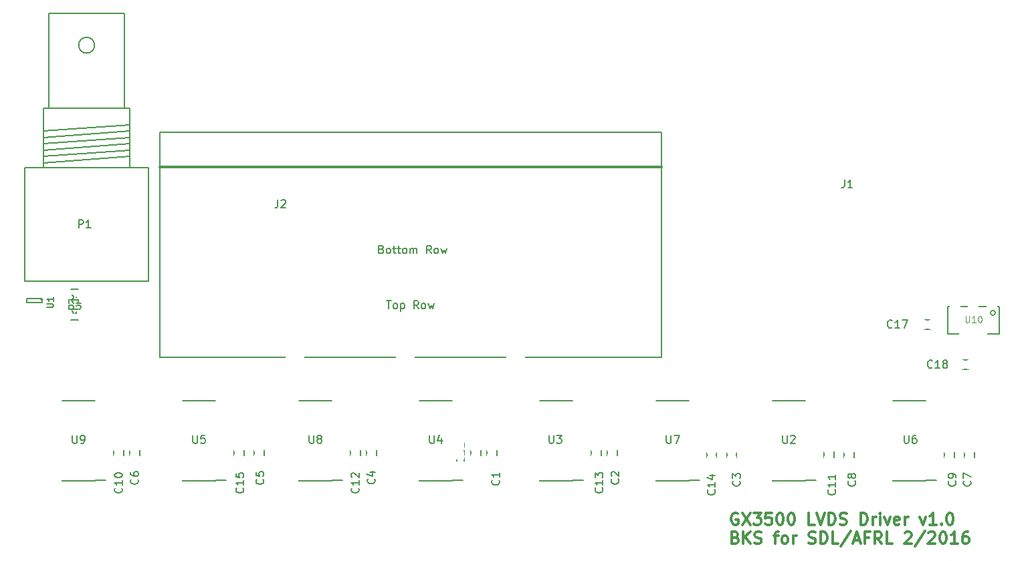
<source format=gto>
G04 #@! TF.FileFunction,Legend,Top*
%FSLAX46Y46*%
G04 Gerber Fmt 4.6, Leading zero omitted, Abs format (unit mm)*
G04 Created by KiCad (PCBNEW 4.0.1-3.201512221402+6198~38~ubuntu14.04.1-stable) date Fri 12 Feb 2016 10:18:42 AM MST*
%MOMM*%
G01*
G04 APERTURE LIST*
%ADD10C,0.100000*%
%ADD11C,0.300000*%
%ADD12C,0.350000*%
%ADD13C,0.150000*%
%ADD14C,0.127000*%
%ADD15C,0.076200*%
%ADD16C,1.155040*%
%ADD17C,2.650000*%
%ADD18C,2.150000*%
%ADD19C,1.924000*%
%ADD20C,2.432000*%
%ADD21C,3.676600*%
%ADD22R,1.900000X1.000000*%
%ADD23R,3.650000X2.550000*%
%ADD24R,1.350000X2.550000*%
%ADD25O,3.900120X5.401260*%
%ADD26C,2.000200*%
%ADD27R,1.000000X1.000000*%
%ADD28R,0.800000X1.000000*%
%ADD29R,1.150000X1.600000*%
%ADD30R,1.600000X1.150000*%
%ADD31R,1.600000X1.300000*%
G04 APERTURE END LIST*
D10*
D11*
X188086857Y-107778000D02*
X187944000Y-107706571D01*
X187729714Y-107706571D01*
X187515429Y-107778000D01*
X187372571Y-107920857D01*
X187301143Y-108063714D01*
X187229714Y-108349429D01*
X187229714Y-108563714D01*
X187301143Y-108849429D01*
X187372571Y-108992286D01*
X187515429Y-109135143D01*
X187729714Y-109206571D01*
X187872571Y-109206571D01*
X188086857Y-109135143D01*
X188158286Y-109063714D01*
X188158286Y-108563714D01*
X187872571Y-108563714D01*
X188658286Y-107706571D02*
X189658286Y-109206571D01*
X189658286Y-107706571D02*
X188658286Y-109206571D01*
X190086857Y-107706571D02*
X191015428Y-107706571D01*
X190515428Y-108278000D01*
X190729714Y-108278000D01*
X190872571Y-108349429D01*
X190944000Y-108420857D01*
X191015428Y-108563714D01*
X191015428Y-108920857D01*
X190944000Y-109063714D01*
X190872571Y-109135143D01*
X190729714Y-109206571D01*
X190301142Y-109206571D01*
X190158285Y-109135143D01*
X190086857Y-109063714D01*
X192372571Y-107706571D02*
X191658285Y-107706571D01*
X191586856Y-108420857D01*
X191658285Y-108349429D01*
X191801142Y-108278000D01*
X192158285Y-108278000D01*
X192301142Y-108349429D01*
X192372571Y-108420857D01*
X192443999Y-108563714D01*
X192443999Y-108920857D01*
X192372571Y-109063714D01*
X192301142Y-109135143D01*
X192158285Y-109206571D01*
X191801142Y-109206571D01*
X191658285Y-109135143D01*
X191586856Y-109063714D01*
X193372570Y-107706571D02*
X193515427Y-107706571D01*
X193658284Y-107778000D01*
X193729713Y-107849429D01*
X193801142Y-107992286D01*
X193872570Y-108278000D01*
X193872570Y-108635143D01*
X193801142Y-108920857D01*
X193729713Y-109063714D01*
X193658284Y-109135143D01*
X193515427Y-109206571D01*
X193372570Y-109206571D01*
X193229713Y-109135143D01*
X193158284Y-109063714D01*
X193086856Y-108920857D01*
X193015427Y-108635143D01*
X193015427Y-108278000D01*
X193086856Y-107992286D01*
X193158284Y-107849429D01*
X193229713Y-107778000D01*
X193372570Y-107706571D01*
X194801141Y-107706571D02*
X194943998Y-107706571D01*
X195086855Y-107778000D01*
X195158284Y-107849429D01*
X195229713Y-107992286D01*
X195301141Y-108278000D01*
X195301141Y-108635143D01*
X195229713Y-108920857D01*
X195158284Y-109063714D01*
X195086855Y-109135143D01*
X194943998Y-109206571D01*
X194801141Y-109206571D01*
X194658284Y-109135143D01*
X194586855Y-109063714D01*
X194515427Y-108920857D01*
X194443998Y-108635143D01*
X194443998Y-108278000D01*
X194515427Y-107992286D01*
X194586855Y-107849429D01*
X194658284Y-107778000D01*
X194801141Y-107706571D01*
X197801141Y-109206571D02*
X197086855Y-109206571D01*
X197086855Y-107706571D01*
X198086855Y-107706571D02*
X198586855Y-109206571D01*
X199086855Y-107706571D01*
X199586855Y-109206571D02*
X199586855Y-107706571D01*
X199943998Y-107706571D01*
X200158283Y-107778000D01*
X200301141Y-107920857D01*
X200372569Y-108063714D01*
X200443998Y-108349429D01*
X200443998Y-108563714D01*
X200372569Y-108849429D01*
X200301141Y-108992286D01*
X200158283Y-109135143D01*
X199943998Y-109206571D01*
X199586855Y-109206571D01*
X201015426Y-109135143D02*
X201229712Y-109206571D01*
X201586855Y-109206571D01*
X201729712Y-109135143D01*
X201801141Y-109063714D01*
X201872569Y-108920857D01*
X201872569Y-108778000D01*
X201801141Y-108635143D01*
X201729712Y-108563714D01*
X201586855Y-108492286D01*
X201301141Y-108420857D01*
X201158283Y-108349429D01*
X201086855Y-108278000D01*
X201015426Y-108135143D01*
X201015426Y-107992286D01*
X201086855Y-107849429D01*
X201158283Y-107778000D01*
X201301141Y-107706571D01*
X201658283Y-107706571D01*
X201872569Y-107778000D01*
X203658283Y-109206571D02*
X203658283Y-107706571D01*
X204015426Y-107706571D01*
X204229711Y-107778000D01*
X204372569Y-107920857D01*
X204443997Y-108063714D01*
X204515426Y-108349429D01*
X204515426Y-108563714D01*
X204443997Y-108849429D01*
X204372569Y-108992286D01*
X204229711Y-109135143D01*
X204015426Y-109206571D01*
X203658283Y-109206571D01*
X205158283Y-109206571D02*
X205158283Y-108206571D01*
X205158283Y-108492286D02*
X205229711Y-108349429D01*
X205301140Y-108278000D01*
X205443997Y-108206571D01*
X205586854Y-108206571D01*
X206086854Y-109206571D02*
X206086854Y-108206571D01*
X206086854Y-107706571D02*
X206015425Y-107778000D01*
X206086854Y-107849429D01*
X206158282Y-107778000D01*
X206086854Y-107706571D01*
X206086854Y-107849429D01*
X206658283Y-108206571D02*
X207015426Y-109206571D01*
X207372568Y-108206571D01*
X208515425Y-109135143D02*
X208372568Y-109206571D01*
X208086854Y-109206571D01*
X207943997Y-109135143D01*
X207872568Y-108992286D01*
X207872568Y-108420857D01*
X207943997Y-108278000D01*
X208086854Y-108206571D01*
X208372568Y-108206571D01*
X208515425Y-108278000D01*
X208586854Y-108420857D01*
X208586854Y-108563714D01*
X207872568Y-108706571D01*
X209229711Y-109206571D02*
X209229711Y-108206571D01*
X209229711Y-108492286D02*
X209301139Y-108349429D01*
X209372568Y-108278000D01*
X209515425Y-108206571D01*
X209658282Y-108206571D01*
X211158282Y-108206571D02*
X211515425Y-109206571D01*
X211872567Y-108206571D01*
X213229710Y-109206571D02*
X212372567Y-109206571D01*
X212801139Y-109206571D02*
X212801139Y-107706571D01*
X212658282Y-107920857D01*
X212515424Y-108063714D01*
X212372567Y-108135143D01*
X213872567Y-109063714D02*
X213943995Y-109135143D01*
X213872567Y-109206571D01*
X213801138Y-109135143D01*
X213872567Y-109063714D01*
X213872567Y-109206571D01*
X214872567Y-107706571D02*
X215015424Y-107706571D01*
X215158281Y-107778000D01*
X215229710Y-107849429D01*
X215301139Y-107992286D01*
X215372567Y-108278000D01*
X215372567Y-108635143D01*
X215301139Y-108920857D01*
X215229710Y-109063714D01*
X215158281Y-109135143D01*
X215015424Y-109206571D01*
X214872567Y-109206571D01*
X214729710Y-109135143D01*
X214658281Y-109063714D01*
X214586853Y-108920857D01*
X214515424Y-108635143D01*
X214515424Y-108278000D01*
X214586853Y-107992286D01*
X214658281Y-107849429D01*
X214729710Y-107778000D01*
X214872567Y-107706571D01*
X187801143Y-110820857D02*
X188015429Y-110892286D01*
X188086857Y-110963714D01*
X188158286Y-111106571D01*
X188158286Y-111320857D01*
X188086857Y-111463714D01*
X188015429Y-111535143D01*
X187872571Y-111606571D01*
X187301143Y-111606571D01*
X187301143Y-110106571D01*
X187801143Y-110106571D01*
X187944000Y-110178000D01*
X188015429Y-110249429D01*
X188086857Y-110392286D01*
X188086857Y-110535143D01*
X188015429Y-110678000D01*
X187944000Y-110749429D01*
X187801143Y-110820857D01*
X187301143Y-110820857D01*
X188801143Y-111606571D02*
X188801143Y-110106571D01*
X189658286Y-111606571D02*
X189015429Y-110749429D01*
X189658286Y-110106571D02*
X188801143Y-110963714D01*
X190229714Y-111535143D02*
X190444000Y-111606571D01*
X190801143Y-111606571D01*
X190944000Y-111535143D01*
X191015429Y-111463714D01*
X191086857Y-111320857D01*
X191086857Y-111178000D01*
X191015429Y-111035143D01*
X190944000Y-110963714D01*
X190801143Y-110892286D01*
X190515429Y-110820857D01*
X190372571Y-110749429D01*
X190301143Y-110678000D01*
X190229714Y-110535143D01*
X190229714Y-110392286D01*
X190301143Y-110249429D01*
X190372571Y-110178000D01*
X190515429Y-110106571D01*
X190872571Y-110106571D01*
X191086857Y-110178000D01*
X192658285Y-110606571D02*
X193229714Y-110606571D01*
X192872571Y-111606571D02*
X192872571Y-110320857D01*
X192943999Y-110178000D01*
X193086857Y-110106571D01*
X193229714Y-110106571D01*
X193944000Y-111606571D02*
X193801142Y-111535143D01*
X193729714Y-111463714D01*
X193658285Y-111320857D01*
X193658285Y-110892286D01*
X193729714Y-110749429D01*
X193801142Y-110678000D01*
X193944000Y-110606571D01*
X194158285Y-110606571D01*
X194301142Y-110678000D01*
X194372571Y-110749429D01*
X194444000Y-110892286D01*
X194444000Y-111320857D01*
X194372571Y-111463714D01*
X194301142Y-111535143D01*
X194158285Y-111606571D01*
X193944000Y-111606571D01*
X195086857Y-111606571D02*
X195086857Y-110606571D01*
X195086857Y-110892286D02*
X195158285Y-110749429D01*
X195229714Y-110678000D01*
X195372571Y-110606571D01*
X195515428Y-110606571D01*
X197086856Y-111535143D02*
X197301142Y-111606571D01*
X197658285Y-111606571D01*
X197801142Y-111535143D01*
X197872571Y-111463714D01*
X197943999Y-111320857D01*
X197943999Y-111178000D01*
X197872571Y-111035143D01*
X197801142Y-110963714D01*
X197658285Y-110892286D01*
X197372571Y-110820857D01*
X197229713Y-110749429D01*
X197158285Y-110678000D01*
X197086856Y-110535143D01*
X197086856Y-110392286D01*
X197158285Y-110249429D01*
X197229713Y-110178000D01*
X197372571Y-110106571D01*
X197729713Y-110106571D01*
X197943999Y-110178000D01*
X198586856Y-111606571D02*
X198586856Y-110106571D01*
X198943999Y-110106571D01*
X199158284Y-110178000D01*
X199301142Y-110320857D01*
X199372570Y-110463714D01*
X199443999Y-110749429D01*
X199443999Y-110963714D01*
X199372570Y-111249429D01*
X199301142Y-111392286D01*
X199158284Y-111535143D01*
X198943999Y-111606571D01*
X198586856Y-111606571D01*
X200801142Y-111606571D02*
X200086856Y-111606571D01*
X200086856Y-110106571D01*
X202372570Y-110035143D02*
X201086856Y-111963714D01*
X202801142Y-111178000D02*
X203515428Y-111178000D01*
X202658285Y-111606571D02*
X203158285Y-110106571D01*
X203658285Y-111606571D01*
X204658285Y-110820857D02*
X204158285Y-110820857D01*
X204158285Y-111606571D02*
X204158285Y-110106571D01*
X204872571Y-110106571D01*
X206301142Y-111606571D02*
X205801142Y-110892286D01*
X205443999Y-111606571D02*
X205443999Y-110106571D01*
X206015427Y-110106571D01*
X206158285Y-110178000D01*
X206229713Y-110249429D01*
X206301142Y-110392286D01*
X206301142Y-110606571D01*
X206229713Y-110749429D01*
X206158285Y-110820857D01*
X206015427Y-110892286D01*
X205443999Y-110892286D01*
X207658285Y-111606571D02*
X206943999Y-111606571D01*
X206943999Y-110106571D01*
X209229713Y-110249429D02*
X209301142Y-110178000D01*
X209443999Y-110106571D01*
X209801142Y-110106571D01*
X209943999Y-110178000D01*
X210015428Y-110249429D01*
X210086856Y-110392286D01*
X210086856Y-110535143D01*
X210015428Y-110749429D01*
X209158285Y-111606571D01*
X210086856Y-111606571D01*
X211801141Y-110035143D02*
X210515427Y-111963714D01*
X212229713Y-110249429D02*
X212301142Y-110178000D01*
X212443999Y-110106571D01*
X212801142Y-110106571D01*
X212943999Y-110178000D01*
X213015428Y-110249429D01*
X213086856Y-110392286D01*
X213086856Y-110535143D01*
X213015428Y-110749429D01*
X212158285Y-111606571D01*
X213086856Y-111606571D01*
X214015427Y-110106571D02*
X214158284Y-110106571D01*
X214301141Y-110178000D01*
X214372570Y-110249429D01*
X214443999Y-110392286D01*
X214515427Y-110678000D01*
X214515427Y-111035143D01*
X214443999Y-111320857D01*
X214372570Y-111463714D01*
X214301141Y-111535143D01*
X214158284Y-111606571D01*
X214015427Y-111606571D01*
X213872570Y-111535143D01*
X213801141Y-111463714D01*
X213729713Y-111320857D01*
X213658284Y-111035143D01*
X213658284Y-110678000D01*
X213729713Y-110392286D01*
X213801141Y-110249429D01*
X213872570Y-110178000D01*
X214015427Y-110106571D01*
X215943998Y-111606571D02*
X215086855Y-111606571D01*
X215515427Y-111606571D02*
X215515427Y-110106571D01*
X215372570Y-110320857D01*
X215229712Y-110463714D01*
X215086855Y-110535143D01*
X217229712Y-110106571D02*
X216943998Y-110106571D01*
X216801141Y-110178000D01*
X216729712Y-110249429D01*
X216586855Y-110463714D01*
X216515426Y-110749429D01*
X216515426Y-111320857D01*
X216586855Y-111463714D01*
X216658283Y-111535143D01*
X216801141Y-111606571D01*
X217086855Y-111606571D01*
X217229712Y-111535143D01*
X217301141Y-111463714D01*
X217372569Y-111320857D01*
X217372569Y-110963714D01*
X217301141Y-110820857D01*
X217229712Y-110749429D01*
X217086855Y-110678000D01*
X216801141Y-110678000D01*
X216658283Y-110749429D01*
X216586855Y-110820857D01*
X216515426Y-110963714D01*
D12*
X178435000Y-63855600D02*
X114935000Y-63855600D01*
D13*
X114935000Y-87960200D02*
X114935000Y-59461400D01*
X178435000Y-59461400D02*
X114935000Y-59461400D01*
X178435000Y-87960200D02*
X178435000Y-59461400D01*
X114935000Y-87960200D02*
X178435000Y-87960200D01*
X136695000Y-103627000D02*
X136695000Y-103522000D01*
X132545000Y-103627000D02*
X132545000Y-103522000D01*
X132545000Y-93477000D02*
X132545000Y-93582000D01*
X136695000Y-93477000D02*
X136695000Y-93582000D01*
X136695000Y-103627000D02*
X132545000Y-103627000D01*
X136695000Y-93477000D02*
X132545000Y-93477000D01*
X136695000Y-103522000D02*
X138070000Y-103522000D01*
X151935000Y-103627000D02*
X151935000Y-103522000D01*
X147785000Y-103627000D02*
X147785000Y-103522000D01*
X147785000Y-93477000D02*
X147785000Y-93582000D01*
X151935000Y-93477000D02*
X151935000Y-93582000D01*
X151935000Y-103627000D02*
X147785000Y-103627000D01*
X151935000Y-93477000D02*
X147785000Y-93477000D01*
X151935000Y-103522000D02*
X153310000Y-103522000D01*
D14*
X216932000Y-86262000D02*
X216932000Y-85562000D01*
X216932000Y-85562000D02*
X218932000Y-85562000D01*
X218932000Y-85562000D02*
X218932000Y-86212000D01*
X218932000Y-86212000D02*
X217032000Y-86212000D01*
X217032000Y-86212000D02*
X217032000Y-85662000D01*
X217032000Y-85662000D02*
X218832000Y-85662000D01*
X218832000Y-85662000D02*
X218832000Y-86112000D01*
X218832000Y-86112000D02*
X217132000Y-86112000D01*
X217132000Y-86112000D02*
X217132000Y-85762000D01*
X217132000Y-85762000D02*
X218732000Y-85762000D01*
X218732000Y-85762000D02*
X218732000Y-86012000D01*
X218732000Y-86012000D02*
X217232000Y-86012000D01*
X217232000Y-86012000D02*
X217232000Y-85862000D01*
X217232000Y-85862000D02*
X218632000Y-85862000D01*
X218632000Y-85862000D02*
X218632000Y-85912000D01*
X218632000Y-85912000D02*
X217332000Y-85912000D01*
X219332000Y-86712000D02*
X216532000Y-86712000D01*
X216532000Y-86712000D02*
X216532000Y-85162000D01*
X216532000Y-85162000D02*
X219332000Y-85162000D01*
X219332000Y-85162000D02*
X219332000Y-86612000D01*
X219332000Y-86612000D02*
X216632000Y-86612000D01*
X216632000Y-86612000D02*
X216632000Y-85262000D01*
X216632000Y-85262000D02*
X219232000Y-85262000D01*
X219232000Y-85262000D02*
X219232000Y-86512000D01*
X219232000Y-86512000D02*
X216732000Y-86512000D01*
X216732000Y-86512000D02*
X216732000Y-85362000D01*
X216732000Y-85362000D02*
X219132000Y-85362000D01*
X219132000Y-85362000D02*
X219132000Y-86412000D01*
X219132000Y-86412000D02*
X216832000Y-86412000D01*
X216832000Y-86412000D02*
X216832000Y-85462000D01*
X216832000Y-85462000D02*
X219032000Y-85462000D01*
X219032000Y-85462000D02*
X219032000Y-86312000D01*
X219032000Y-86312000D02*
X216932000Y-86312000D01*
X215882000Y-81462000D02*
X215382000Y-81462000D01*
X215382000Y-81462000D02*
X215382000Y-79912000D01*
X215382000Y-79912000D02*
X215882000Y-79912000D01*
X215882000Y-79912000D02*
X215882000Y-81362000D01*
X215882000Y-81362000D02*
X215482000Y-81362000D01*
X215482000Y-81362000D02*
X215482000Y-80012000D01*
X215482000Y-80012000D02*
X215782000Y-80012000D01*
X215782000Y-80012000D02*
X215782000Y-81262000D01*
X215782000Y-81262000D02*
X215582000Y-81262000D01*
X215582000Y-81262000D02*
X215582000Y-80112000D01*
X215582000Y-80112000D02*
X215682000Y-80112000D01*
X215682000Y-80112000D02*
X215682000Y-81162000D01*
X218182000Y-81462000D02*
X217682000Y-81462000D01*
X217682000Y-81462000D02*
X217682000Y-79912000D01*
X217682000Y-79912000D02*
X218182000Y-79912000D01*
X218182000Y-79912000D02*
X218182000Y-81362000D01*
X218182000Y-81362000D02*
X217782000Y-81362000D01*
X217782000Y-81362000D02*
X217782000Y-80012000D01*
X217782000Y-80012000D02*
X218082000Y-80012000D01*
X218082000Y-80012000D02*
X218082000Y-81262000D01*
X218082000Y-81262000D02*
X217882000Y-81262000D01*
X217882000Y-81262000D02*
X217882000Y-80112000D01*
X217882000Y-80112000D02*
X217982000Y-80112000D01*
X217982000Y-80112000D02*
X217982000Y-81162000D01*
X220482000Y-81462000D02*
X219982000Y-81462000D01*
X219982000Y-81462000D02*
X219982000Y-79912000D01*
X219982000Y-79912000D02*
X220482000Y-79912000D01*
X220482000Y-79912000D02*
X220482000Y-81362000D01*
X220482000Y-81362000D02*
X220082000Y-81362000D01*
X220082000Y-81362000D02*
X220082000Y-80012000D01*
X220082000Y-80012000D02*
X220382000Y-80012000D01*
X220382000Y-80012000D02*
X220382000Y-81262000D01*
X220382000Y-81262000D02*
X220182000Y-81262000D01*
X220182000Y-81262000D02*
X220182000Y-80112000D01*
X220182000Y-80112000D02*
X220282000Y-80112000D01*
X220282000Y-80112000D02*
X220282000Y-81162000D01*
X219882000Y-79812000D02*
X219882000Y-81562000D01*
X220582000Y-79812000D02*
X219882000Y-79812000D01*
X220582000Y-81562000D02*
X220582000Y-79812000D01*
X215282000Y-79812000D02*
X215282000Y-81562000D01*
X215982000Y-79812000D02*
X215282000Y-79812000D01*
X215982000Y-81562000D02*
X215982000Y-79812000D01*
X218282000Y-81562000D02*
X218282000Y-79812000D01*
X218282000Y-79812000D02*
X217582000Y-79812000D01*
X217582000Y-79812000D02*
X217582000Y-81562000D01*
X216432000Y-85062000D02*
X216432000Y-86812000D01*
X216432000Y-86812000D02*
X219432000Y-86812000D01*
X219432000Y-86812000D02*
X219432000Y-85062000D01*
X220682000Y-82362000D02*
G75*
G03X220682000Y-82362000I-300000J0D01*
G01*
X221182000Y-85062000D02*
X214682000Y-85062000D01*
X214682000Y-85062000D02*
X214682000Y-81562000D01*
X214682000Y-81562000D02*
X221182000Y-81562000D01*
X221182000Y-81562000D02*
X221182000Y-85062000D01*
D13*
X196639000Y-103627000D02*
X196639000Y-103522000D01*
X192489000Y-103627000D02*
X192489000Y-103522000D01*
X192489000Y-93477000D02*
X192489000Y-93582000D01*
X196639000Y-93477000D02*
X196639000Y-93582000D01*
X196639000Y-103627000D02*
X192489000Y-103627000D01*
X196639000Y-93477000D02*
X192489000Y-93477000D01*
X196639000Y-103522000D02*
X198014000Y-103522000D01*
X181907000Y-103627000D02*
X181907000Y-103522000D01*
X177757000Y-103627000D02*
X177757000Y-103522000D01*
X177757000Y-93477000D02*
X177757000Y-93582000D01*
X181907000Y-93477000D02*
X181907000Y-93582000D01*
X181907000Y-103627000D02*
X177757000Y-103627000D01*
X181907000Y-93477000D02*
X177757000Y-93477000D01*
X181907000Y-103522000D02*
X183282000Y-103522000D01*
X167175000Y-103627000D02*
X167175000Y-103522000D01*
X163025000Y-103627000D02*
X163025000Y-103522000D01*
X163025000Y-93477000D02*
X163025000Y-93582000D01*
X167175000Y-93477000D02*
X167175000Y-93582000D01*
X167175000Y-103627000D02*
X163025000Y-103627000D01*
X167175000Y-93477000D02*
X163025000Y-93477000D01*
X167175000Y-103522000D02*
X168550000Y-103522000D01*
X106723000Y-103627000D02*
X106723000Y-103522000D01*
X102573000Y-103627000D02*
X102573000Y-103522000D01*
X102573000Y-93477000D02*
X102573000Y-93582000D01*
X106723000Y-93477000D02*
X106723000Y-93582000D01*
X106723000Y-103627000D02*
X102573000Y-103627000D01*
X106723000Y-93477000D02*
X102573000Y-93477000D01*
X106723000Y-103522000D02*
X108098000Y-103522000D01*
X121963000Y-103627000D02*
X121963000Y-103522000D01*
X117813000Y-103627000D02*
X117813000Y-103522000D01*
X117813000Y-93477000D02*
X117813000Y-93582000D01*
X121963000Y-93477000D02*
X121963000Y-93582000D01*
X121963000Y-103627000D02*
X117813000Y-103627000D01*
X121963000Y-93477000D02*
X117813000Y-93477000D01*
X121963000Y-103522000D02*
X123338000Y-103522000D01*
X100164900Y-59319160D02*
X111163100Y-58519060D01*
X100164900Y-60119260D02*
X111163100Y-59319160D01*
X100164900Y-60919360D02*
X111163100Y-60119260D01*
X100164900Y-61719460D02*
X111163100Y-60919360D01*
X100164900Y-62519560D02*
X111163100Y-61719460D01*
X100164900Y-63319660D02*
X111163100Y-62519560D01*
X106664760Y-48420020D02*
G75*
G03X106664760Y-48420020I-1000760J0D01*
G01*
X110464600Y-56421020D02*
X110464600Y-44419520D01*
X110464600Y-44419520D02*
X100863400Y-44419520D01*
X100863400Y-44419520D02*
X100863400Y-56421020D01*
X111163100Y-63919100D02*
X111163100Y-56421020D01*
X111163100Y-56421020D02*
X100164900Y-56421020D01*
X100164900Y-56421020D02*
X100164900Y-63919100D01*
X97863660Y-78320900D02*
X113464340Y-78320900D01*
X113464340Y-78320900D02*
X113464340Y-63919100D01*
X113464340Y-63919100D02*
X97863660Y-63919100D01*
X97863660Y-63919100D02*
X97863660Y-78320900D01*
X100160000Y-79472000D02*
X99460000Y-79472000D01*
X100060000Y-80772000D02*
X99810000Y-80522000D01*
X98060000Y-80522000D02*
X98060000Y-81022000D01*
X98060000Y-81022000D02*
X100060000Y-81022000D01*
X100060000Y-81022000D02*
X100060000Y-80522000D01*
X100060000Y-80522000D02*
X98060000Y-80522000D01*
X211879000Y-103627000D02*
X211879000Y-103522000D01*
X207729000Y-103627000D02*
X207729000Y-103522000D01*
X207729000Y-93477000D02*
X207729000Y-93582000D01*
X211879000Y-93477000D02*
X211879000Y-93582000D01*
X211879000Y-103627000D02*
X207729000Y-103627000D01*
X211879000Y-93477000D02*
X207729000Y-93477000D01*
X211879000Y-103522000D02*
X213254000Y-103522000D01*
X156372000Y-100426000D02*
X156372000Y-99726000D01*
X157572000Y-99726000D02*
X157572000Y-100426000D01*
X171612000Y-100426000D02*
X171612000Y-99726000D01*
X172812000Y-99726000D02*
X172812000Y-100426000D01*
X186725000Y-100700000D02*
X186725000Y-100000000D01*
X187925000Y-100000000D02*
X187925000Y-100700000D01*
X141132000Y-100426000D02*
X141132000Y-99726000D01*
X142332000Y-99726000D02*
X142332000Y-100426000D01*
X126908000Y-100426000D02*
X126908000Y-99726000D01*
X128108000Y-99726000D02*
X128108000Y-100426000D01*
X111160000Y-100426000D02*
X111160000Y-99726000D01*
X112360000Y-99726000D02*
X112360000Y-100426000D01*
X216824000Y-100680000D02*
X216824000Y-99980000D01*
X218024000Y-99980000D02*
X218024000Y-100680000D01*
X201584000Y-100700000D02*
X201584000Y-100000000D01*
X202784000Y-100000000D02*
X202784000Y-100700000D01*
X214284000Y-100680000D02*
X214284000Y-99980000D01*
X215484000Y-99980000D02*
X215484000Y-100680000D01*
X109128000Y-100426000D02*
X109128000Y-99726000D01*
X110328000Y-99726000D02*
X110328000Y-100426000D01*
X199044000Y-100660000D02*
X199044000Y-99960000D01*
X200244000Y-99960000D02*
X200244000Y-100660000D01*
X139100000Y-100426000D02*
X139100000Y-99726000D01*
X140300000Y-99726000D02*
X140300000Y-100426000D01*
X169580000Y-100426000D02*
X169580000Y-99726000D01*
X170780000Y-99726000D02*
X170780000Y-100426000D01*
X184185000Y-100700000D02*
X184185000Y-100000000D01*
X185385000Y-100000000D02*
X185385000Y-100700000D01*
X124368000Y-100426000D02*
X124368000Y-99726000D01*
X125568000Y-99726000D02*
X125568000Y-100426000D01*
X154340000Y-100426000D02*
X154340000Y-99726000D01*
X155540000Y-99726000D02*
X155540000Y-100426000D01*
X212440000Y-84420000D02*
X211740000Y-84420000D01*
X211740000Y-83220000D02*
X212440000Y-83220000D01*
X217266000Y-89500000D02*
X216566000Y-89500000D01*
X216566000Y-88300000D02*
X217266000Y-88300000D01*
X104640000Y-83225000D02*
X103640000Y-83225000D01*
X103640000Y-81875000D02*
X104640000Y-81875000D01*
X103640000Y-79335000D02*
X104640000Y-79335000D01*
X104640000Y-80685000D02*
X103640000Y-80685000D01*
X201596667Y-65492381D02*
X201596667Y-66206667D01*
X201549047Y-66349524D01*
X201453809Y-66444762D01*
X201310952Y-66492381D01*
X201215714Y-66492381D01*
X202596667Y-66492381D02*
X202025238Y-66492381D01*
X202310952Y-66492381D02*
X202310952Y-65492381D01*
X202215714Y-65635238D01*
X202120476Y-65730476D01*
X202025238Y-65778095D01*
X129864823Y-68029029D02*
X129864823Y-68743315D01*
X129817203Y-68886172D01*
X129721965Y-68981410D01*
X129579108Y-69029029D01*
X129483870Y-69029029D01*
X130293394Y-68124267D02*
X130341013Y-68076648D01*
X130436251Y-68029029D01*
X130674347Y-68029029D01*
X130769585Y-68076648D01*
X130817204Y-68124267D01*
X130864823Y-68219505D01*
X130864823Y-68314743D01*
X130817204Y-68457600D01*
X130245775Y-69029029D01*
X130864823Y-69029029D01*
X143629381Y-80817981D02*
X144200810Y-80817981D01*
X143915095Y-81817981D02*
X143915095Y-80817981D01*
X144677000Y-81817981D02*
X144581762Y-81770362D01*
X144534143Y-81722743D01*
X144486524Y-81627505D01*
X144486524Y-81341790D01*
X144534143Y-81246552D01*
X144581762Y-81198933D01*
X144677000Y-81151314D01*
X144819858Y-81151314D01*
X144915096Y-81198933D01*
X144962715Y-81246552D01*
X145010334Y-81341790D01*
X145010334Y-81627505D01*
X144962715Y-81722743D01*
X144915096Y-81770362D01*
X144819858Y-81817981D01*
X144677000Y-81817981D01*
X145438905Y-81151314D02*
X145438905Y-82151314D01*
X145438905Y-81198933D02*
X145534143Y-81151314D01*
X145724620Y-81151314D01*
X145819858Y-81198933D01*
X145867477Y-81246552D01*
X145915096Y-81341790D01*
X145915096Y-81627505D01*
X145867477Y-81722743D01*
X145819858Y-81770362D01*
X145724620Y-81817981D01*
X145534143Y-81817981D01*
X145438905Y-81770362D01*
X147677001Y-81817981D02*
X147343667Y-81341790D01*
X147105572Y-81817981D02*
X147105572Y-80817981D01*
X147486525Y-80817981D01*
X147581763Y-80865600D01*
X147629382Y-80913219D01*
X147677001Y-81008457D01*
X147677001Y-81151314D01*
X147629382Y-81246552D01*
X147581763Y-81294171D01*
X147486525Y-81341790D01*
X147105572Y-81341790D01*
X148248429Y-81817981D02*
X148153191Y-81770362D01*
X148105572Y-81722743D01*
X148057953Y-81627505D01*
X148057953Y-81341790D01*
X148105572Y-81246552D01*
X148153191Y-81198933D01*
X148248429Y-81151314D01*
X148391287Y-81151314D01*
X148486525Y-81198933D01*
X148534144Y-81246552D01*
X148581763Y-81341790D01*
X148581763Y-81627505D01*
X148534144Y-81722743D01*
X148486525Y-81770362D01*
X148391287Y-81817981D01*
X148248429Y-81817981D01*
X148915096Y-81151314D02*
X149105572Y-81817981D01*
X149296049Y-81341790D01*
X149486525Y-81817981D01*
X149677001Y-81151314D01*
X142998429Y-74294171D02*
X143141286Y-74341790D01*
X143188905Y-74389410D01*
X143236524Y-74484648D01*
X143236524Y-74627505D01*
X143188905Y-74722743D01*
X143141286Y-74770362D01*
X143046048Y-74817981D01*
X142665095Y-74817981D01*
X142665095Y-73817981D01*
X142998429Y-73817981D01*
X143093667Y-73865600D01*
X143141286Y-73913219D01*
X143188905Y-74008457D01*
X143188905Y-74103695D01*
X143141286Y-74198933D01*
X143093667Y-74246552D01*
X142998429Y-74294171D01*
X142665095Y-74294171D01*
X143807952Y-74817981D02*
X143712714Y-74770362D01*
X143665095Y-74722743D01*
X143617476Y-74627505D01*
X143617476Y-74341790D01*
X143665095Y-74246552D01*
X143712714Y-74198933D01*
X143807952Y-74151314D01*
X143950810Y-74151314D01*
X144046048Y-74198933D01*
X144093667Y-74246552D01*
X144141286Y-74341790D01*
X144141286Y-74627505D01*
X144093667Y-74722743D01*
X144046048Y-74770362D01*
X143950810Y-74817981D01*
X143807952Y-74817981D01*
X144427000Y-74151314D02*
X144807952Y-74151314D01*
X144569857Y-73817981D02*
X144569857Y-74675124D01*
X144617476Y-74770362D01*
X144712714Y-74817981D01*
X144807952Y-74817981D01*
X144998429Y-74151314D02*
X145379381Y-74151314D01*
X145141286Y-73817981D02*
X145141286Y-74675124D01*
X145188905Y-74770362D01*
X145284143Y-74817981D01*
X145379381Y-74817981D01*
X145855572Y-74817981D02*
X145760334Y-74770362D01*
X145712715Y-74722743D01*
X145665096Y-74627505D01*
X145665096Y-74341790D01*
X145712715Y-74246552D01*
X145760334Y-74198933D01*
X145855572Y-74151314D01*
X145998430Y-74151314D01*
X146093668Y-74198933D01*
X146141287Y-74246552D01*
X146188906Y-74341790D01*
X146188906Y-74627505D01*
X146141287Y-74722743D01*
X146093668Y-74770362D01*
X145998430Y-74817981D01*
X145855572Y-74817981D01*
X146617477Y-74817981D02*
X146617477Y-74151314D01*
X146617477Y-74246552D02*
X146665096Y-74198933D01*
X146760334Y-74151314D01*
X146903192Y-74151314D01*
X146998430Y-74198933D01*
X147046049Y-74294171D01*
X147046049Y-74817981D01*
X147046049Y-74294171D02*
X147093668Y-74198933D01*
X147188906Y-74151314D01*
X147331763Y-74151314D01*
X147427001Y-74198933D01*
X147474620Y-74294171D01*
X147474620Y-74817981D01*
X149284144Y-74817981D02*
X148950810Y-74341790D01*
X148712715Y-74817981D02*
X148712715Y-73817981D01*
X149093668Y-73817981D01*
X149188906Y-73865600D01*
X149236525Y-73913219D01*
X149284144Y-74008457D01*
X149284144Y-74151314D01*
X149236525Y-74246552D01*
X149188906Y-74294171D01*
X149093668Y-74341790D01*
X148712715Y-74341790D01*
X149855572Y-74817981D02*
X149760334Y-74770362D01*
X149712715Y-74722743D01*
X149665096Y-74627505D01*
X149665096Y-74341790D01*
X149712715Y-74246552D01*
X149760334Y-74198933D01*
X149855572Y-74151314D01*
X149998430Y-74151314D01*
X150093668Y-74198933D01*
X150141287Y-74246552D01*
X150188906Y-74341790D01*
X150188906Y-74627505D01*
X150141287Y-74722743D01*
X150093668Y-74770362D01*
X149998430Y-74817981D01*
X149855572Y-74817981D01*
X150522239Y-74151314D02*
X150712715Y-74817981D01*
X150903192Y-74341790D01*
X151093668Y-74817981D01*
X151284144Y-74151314D01*
X133858095Y-97877381D02*
X133858095Y-98686905D01*
X133905714Y-98782143D01*
X133953333Y-98829762D01*
X134048571Y-98877381D01*
X134239048Y-98877381D01*
X134334286Y-98829762D01*
X134381905Y-98782143D01*
X134429524Y-98686905D01*
X134429524Y-97877381D01*
X135048571Y-98305952D02*
X134953333Y-98258333D01*
X134905714Y-98210714D01*
X134858095Y-98115476D01*
X134858095Y-98067857D01*
X134905714Y-97972619D01*
X134953333Y-97925000D01*
X135048571Y-97877381D01*
X135239048Y-97877381D01*
X135334286Y-97925000D01*
X135381905Y-97972619D01*
X135429524Y-98067857D01*
X135429524Y-98115476D01*
X135381905Y-98210714D01*
X135334286Y-98258333D01*
X135239048Y-98305952D01*
X135048571Y-98305952D01*
X134953333Y-98353571D01*
X134905714Y-98401190D01*
X134858095Y-98496429D01*
X134858095Y-98686905D01*
X134905714Y-98782143D01*
X134953333Y-98829762D01*
X135048571Y-98877381D01*
X135239048Y-98877381D01*
X135334286Y-98829762D01*
X135381905Y-98782143D01*
X135429524Y-98686905D01*
X135429524Y-98496429D01*
X135381905Y-98401190D01*
X135334286Y-98353571D01*
X135239048Y-98305952D01*
X149098095Y-97877381D02*
X149098095Y-98686905D01*
X149145714Y-98782143D01*
X149193333Y-98829762D01*
X149288571Y-98877381D01*
X149479048Y-98877381D01*
X149574286Y-98829762D01*
X149621905Y-98782143D01*
X149669524Y-98686905D01*
X149669524Y-97877381D01*
X150574286Y-98210714D02*
X150574286Y-98877381D01*
X150336190Y-97829762D02*
X150098095Y-98544048D01*
X150717143Y-98544048D01*
D15*
X216925677Y-82739895D02*
X216925677Y-83397876D01*
X216964382Y-83475286D01*
X217003086Y-83513990D01*
X217080496Y-83552695D01*
X217235315Y-83552695D01*
X217312724Y-83513990D01*
X217351429Y-83475286D01*
X217390134Y-83397876D01*
X217390134Y-82739895D01*
X218202934Y-83552695D02*
X217738477Y-83552695D01*
X217970706Y-83552695D02*
X217970706Y-82739895D01*
X217893296Y-82856010D01*
X217815887Y-82933419D01*
X217738477Y-82972124D01*
X218706096Y-82739895D02*
X218783505Y-82739895D01*
X218860915Y-82778600D01*
X218899620Y-82817305D01*
X218938324Y-82894714D01*
X218977029Y-83049533D01*
X218977029Y-83243057D01*
X218938324Y-83397876D01*
X218899620Y-83475286D01*
X218860915Y-83513990D01*
X218783505Y-83552695D01*
X218706096Y-83552695D01*
X218628686Y-83513990D01*
X218589982Y-83475286D01*
X218551277Y-83397876D01*
X218512572Y-83243057D01*
X218512572Y-83049533D01*
X218551277Y-82894714D01*
X218589982Y-82817305D01*
X218628686Y-82778600D01*
X218706096Y-82739895D01*
D13*
X193802095Y-97877381D02*
X193802095Y-98686905D01*
X193849714Y-98782143D01*
X193897333Y-98829762D01*
X193992571Y-98877381D01*
X194183048Y-98877381D01*
X194278286Y-98829762D01*
X194325905Y-98782143D01*
X194373524Y-98686905D01*
X194373524Y-97877381D01*
X194802095Y-97972619D02*
X194849714Y-97925000D01*
X194944952Y-97877381D01*
X195183048Y-97877381D01*
X195278286Y-97925000D01*
X195325905Y-97972619D01*
X195373524Y-98067857D01*
X195373524Y-98163095D01*
X195325905Y-98305952D01*
X194754476Y-98877381D01*
X195373524Y-98877381D01*
X179070095Y-97877381D02*
X179070095Y-98686905D01*
X179117714Y-98782143D01*
X179165333Y-98829762D01*
X179260571Y-98877381D01*
X179451048Y-98877381D01*
X179546286Y-98829762D01*
X179593905Y-98782143D01*
X179641524Y-98686905D01*
X179641524Y-97877381D01*
X180022476Y-97877381D02*
X180689143Y-97877381D01*
X180260571Y-98877381D01*
X164211095Y-97877381D02*
X164211095Y-98686905D01*
X164258714Y-98782143D01*
X164306333Y-98829762D01*
X164401571Y-98877381D01*
X164592048Y-98877381D01*
X164687286Y-98829762D01*
X164734905Y-98782143D01*
X164782524Y-98686905D01*
X164782524Y-97877381D01*
X165163476Y-97877381D02*
X165782524Y-97877381D01*
X165449190Y-98258333D01*
X165592048Y-98258333D01*
X165687286Y-98305952D01*
X165734905Y-98353571D01*
X165782524Y-98448810D01*
X165782524Y-98686905D01*
X165734905Y-98782143D01*
X165687286Y-98829762D01*
X165592048Y-98877381D01*
X165306333Y-98877381D01*
X165211095Y-98829762D01*
X165163476Y-98782143D01*
X103886095Y-97877381D02*
X103886095Y-98686905D01*
X103933714Y-98782143D01*
X103981333Y-98829762D01*
X104076571Y-98877381D01*
X104267048Y-98877381D01*
X104362286Y-98829762D01*
X104409905Y-98782143D01*
X104457524Y-98686905D01*
X104457524Y-97877381D01*
X104981333Y-98877381D02*
X105171809Y-98877381D01*
X105267048Y-98829762D01*
X105314667Y-98782143D01*
X105409905Y-98639286D01*
X105457524Y-98448810D01*
X105457524Y-98067857D01*
X105409905Y-97972619D01*
X105362286Y-97925000D01*
X105267048Y-97877381D01*
X105076571Y-97877381D01*
X104981333Y-97925000D01*
X104933714Y-97972619D01*
X104886095Y-98067857D01*
X104886095Y-98305952D01*
X104933714Y-98401190D01*
X104981333Y-98448810D01*
X105076571Y-98496429D01*
X105267048Y-98496429D01*
X105362286Y-98448810D01*
X105409905Y-98401190D01*
X105457524Y-98305952D01*
X119126095Y-97877381D02*
X119126095Y-98686905D01*
X119173714Y-98782143D01*
X119221333Y-98829762D01*
X119316571Y-98877381D01*
X119507048Y-98877381D01*
X119602286Y-98829762D01*
X119649905Y-98782143D01*
X119697524Y-98686905D01*
X119697524Y-97877381D01*
X120649905Y-97877381D02*
X120173714Y-97877381D01*
X120126095Y-98353571D01*
X120173714Y-98305952D01*
X120268952Y-98258333D01*
X120507048Y-98258333D01*
X120602286Y-98305952D01*
X120649905Y-98353571D01*
X120697524Y-98448810D01*
X120697524Y-98686905D01*
X120649905Y-98782143D01*
X120602286Y-98829762D01*
X120507048Y-98877381D01*
X120268952Y-98877381D01*
X120173714Y-98829762D01*
X120126095Y-98782143D01*
X104671905Y-71572381D02*
X104671905Y-70572381D01*
X105052858Y-70572381D01*
X105148096Y-70620000D01*
X105195715Y-70667619D01*
X105243334Y-70762857D01*
X105243334Y-70905714D01*
X105195715Y-71000952D01*
X105148096Y-71048571D01*
X105052858Y-71096190D01*
X104671905Y-71096190D01*
X106195715Y-71572381D02*
X105624286Y-71572381D01*
X105910000Y-71572381D02*
X105910000Y-70572381D01*
X105814762Y-70715238D01*
X105719524Y-70810476D01*
X105624286Y-70858095D01*
X100653905Y-81635524D02*
X101301524Y-81635524D01*
X101377714Y-81597429D01*
X101415810Y-81559333D01*
X101453905Y-81483143D01*
X101453905Y-81330762D01*
X101415810Y-81254571D01*
X101377714Y-81216476D01*
X101301524Y-81178381D01*
X100653905Y-81178381D01*
X101453905Y-80378381D02*
X101453905Y-80835524D01*
X101453905Y-80606953D02*
X100653905Y-80606953D01*
X100768190Y-80683143D01*
X100844381Y-80759334D01*
X100882476Y-80835524D01*
X209169095Y-97877381D02*
X209169095Y-98686905D01*
X209216714Y-98782143D01*
X209264333Y-98829762D01*
X209359571Y-98877381D01*
X209550048Y-98877381D01*
X209645286Y-98829762D01*
X209692905Y-98782143D01*
X209740524Y-98686905D01*
X209740524Y-97877381D01*
X210645286Y-97877381D02*
X210454809Y-97877381D01*
X210359571Y-97925000D01*
X210311952Y-97972619D01*
X210216714Y-98115476D01*
X210169095Y-98305952D01*
X210169095Y-98686905D01*
X210216714Y-98782143D01*
X210264333Y-98829762D01*
X210359571Y-98877381D01*
X210550048Y-98877381D01*
X210645286Y-98829762D01*
X210692905Y-98782143D01*
X210740524Y-98686905D01*
X210740524Y-98448810D01*
X210692905Y-98353571D01*
X210645286Y-98305952D01*
X210550048Y-98258333D01*
X210359571Y-98258333D01*
X210264333Y-98305952D01*
X210216714Y-98353571D01*
X210169095Y-98448810D01*
X157837143Y-103544666D02*
X157884762Y-103592285D01*
X157932381Y-103735142D01*
X157932381Y-103830380D01*
X157884762Y-103973238D01*
X157789524Y-104068476D01*
X157694286Y-104116095D01*
X157503810Y-104163714D01*
X157360952Y-104163714D01*
X157170476Y-104116095D01*
X157075238Y-104068476D01*
X156980000Y-103973238D01*
X156932381Y-103830380D01*
X156932381Y-103735142D01*
X156980000Y-103592285D01*
X157027619Y-103544666D01*
X157932381Y-102592285D02*
X157932381Y-103163714D01*
X157932381Y-102878000D02*
X156932381Y-102878000D01*
X157075238Y-102973238D01*
X157170476Y-103068476D01*
X157218095Y-103163714D01*
X172950143Y-103417666D02*
X172997762Y-103465285D01*
X173045381Y-103608142D01*
X173045381Y-103703380D01*
X172997762Y-103846238D01*
X172902524Y-103941476D01*
X172807286Y-103989095D01*
X172616810Y-104036714D01*
X172473952Y-104036714D01*
X172283476Y-103989095D01*
X172188238Y-103941476D01*
X172093000Y-103846238D01*
X172045381Y-103703380D01*
X172045381Y-103608142D01*
X172093000Y-103465285D01*
X172140619Y-103417666D01*
X172140619Y-103036714D02*
X172093000Y-102989095D01*
X172045381Y-102893857D01*
X172045381Y-102655761D01*
X172093000Y-102560523D01*
X172140619Y-102512904D01*
X172235857Y-102465285D01*
X172331095Y-102465285D01*
X172473952Y-102512904D01*
X173045381Y-103084333D01*
X173045381Y-102465285D01*
X188317143Y-103671666D02*
X188364762Y-103719285D01*
X188412381Y-103862142D01*
X188412381Y-103957380D01*
X188364762Y-104100238D01*
X188269524Y-104195476D01*
X188174286Y-104243095D01*
X187983810Y-104290714D01*
X187840952Y-104290714D01*
X187650476Y-104243095D01*
X187555238Y-104195476D01*
X187460000Y-104100238D01*
X187412381Y-103957380D01*
X187412381Y-103862142D01*
X187460000Y-103719285D01*
X187507619Y-103671666D01*
X187412381Y-103338333D02*
X187412381Y-102719285D01*
X187793333Y-103052619D01*
X187793333Y-102909761D01*
X187840952Y-102814523D01*
X187888571Y-102766904D01*
X187983810Y-102719285D01*
X188221905Y-102719285D01*
X188317143Y-102766904D01*
X188364762Y-102814523D01*
X188412381Y-102909761D01*
X188412381Y-103195476D01*
X188364762Y-103290714D01*
X188317143Y-103338333D01*
X142089143Y-103397666D02*
X142136762Y-103445285D01*
X142184381Y-103588142D01*
X142184381Y-103683380D01*
X142136762Y-103826238D01*
X142041524Y-103921476D01*
X141946286Y-103969095D01*
X141755810Y-104016714D01*
X141612952Y-104016714D01*
X141422476Y-103969095D01*
X141327238Y-103921476D01*
X141232000Y-103826238D01*
X141184381Y-103683380D01*
X141184381Y-103588142D01*
X141232000Y-103445285D01*
X141279619Y-103397666D01*
X141517714Y-102540523D02*
X142184381Y-102540523D01*
X141136762Y-102778619D02*
X141851048Y-103016714D01*
X141851048Y-102397666D01*
X127992143Y-103437666D02*
X128039762Y-103485285D01*
X128087381Y-103628142D01*
X128087381Y-103723380D01*
X128039762Y-103866238D01*
X127944524Y-103961476D01*
X127849286Y-104009095D01*
X127658810Y-104056714D01*
X127515952Y-104056714D01*
X127325476Y-104009095D01*
X127230238Y-103961476D01*
X127135000Y-103866238D01*
X127087381Y-103723380D01*
X127087381Y-103628142D01*
X127135000Y-103485285D01*
X127182619Y-103437666D01*
X127087381Y-102532904D02*
X127087381Y-103009095D01*
X127563571Y-103056714D01*
X127515952Y-103009095D01*
X127468333Y-102913857D01*
X127468333Y-102675761D01*
X127515952Y-102580523D01*
X127563571Y-102532904D01*
X127658810Y-102485285D01*
X127896905Y-102485285D01*
X127992143Y-102532904D01*
X128039762Y-102580523D01*
X128087381Y-102675761D01*
X128087381Y-102913857D01*
X128039762Y-103009095D01*
X127992143Y-103056714D01*
X112117143Y-103437666D02*
X112164762Y-103485285D01*
X112212381Y-103628142D01*
X112212381Y-103723380D01*
X112164762Y-103866238D01*
X112069524Y-103961476D01*
X111974286Y-104009095D01*
X111783810Y-104056714D01*
X111640952Y-104056714D01*
X111450476Y-104009095D01*
X111355238Y-103961476D01*
X111260000Y-103866238D01*
X111212381Y-103723380D01*
X111212381Y-103628142D01*
X111260000Y-103485285D01*
X111307619Y-103437666D01*
X111212381Y-102580523D02*
X111212381Y-102771000D01*
X111260000Y-102866238D01*
X111307619Y-102913857D01*
X111450476Y-103009095D01*
X111640952Y-103056714D01*
X112021905Y-103056714D01*
X112117143Y-103009095D01*
X112164762Y-102961476D01*
X112212381Y-102866238D01*
X112212381Y-102675761D01*
X112164762Y-102580523D01*
X112117143Y-102532904D01*
X112021905Y-102485285D01*
X111783810Y-102485285D01*
X111688571Y-102532904D01*
X111640952Y-102580523D01*
X111593333Y-102675761D01*
X111593333Y-102866238D01*
X111640952Y-102961476D01*
X111688571Y-103009095D01*
X111783810Y-103056714D01*
X217527143Y-103671666D02*
X217574762Y-103719285D01*
X217622381Y-103862142D01*
X217622381Y-103957380D01*
X217574762Y-104100238D01*
X217479524Y-104195476D01*
X217384286Y-104243095D01*
X217193810Y-104290714D01*
X217050952Y-104290714D01*
X216860476Y-104243095D01*
X216765238Y-104195476D01*
X216670000Y-104100238D01*
X216622381Y-103957380D01*
X216622381Y-103862142D01*
X216670000Y-103719285D01*
X216717619Y-103671666D01*
X216622381Y-103338333D02*
X216622381Y-102671666D01*
X217622381Y-103100238D01*
X202922143Y-103671666D02*
X202969762Y-103719285D01*
X203017381Y-103862142D01*
X203017381Y-103957380D01*
X202969762Y-104100238D01*
X202874524Y-104195476D01*
X202779286Y-104243095D01*
X202588810Y-104290714D01*
X202445952Y-104290714D01*
X202255476Y-104243095D01*
X202160238Y-104195476D01*
X202065000Y-104100238D01*
X202017381Y-103957380D01*
X202017381Y-103862142D01*
X202065000Y-103719285D01*
X202112619Y-103671666D01*
X202445952Y-103100238D02*
X202398333Y-103195476D01*
X202350714Y-103243095D01*
X202255476Y-103290714D01*
X202207857Y-103290714D01*
X202112619Y-103243095D01*
X202065000Y-103195476D01*
X202017381Y-103100238D01*
X202017381Y-102909761D01*
X202065000Y-102814523D01*
X202112619Y-102766904D01*
X202207857Y-102719285D01*
X202255476Y-102719285D01*
X202350714Y-102766904D01*
X202398333Y-102814523D01*
X202445952Y-102909761D01*
X202445952Y-103100238D01*
X202493571Y-103195476D01*
X202541190Y-103243095D01*
X202636429Y-103290714D01*
X202826905Y-103290714D01*
X202922143Y-103243095D01*
X202969762Y-103195476D01*
X203017381Y-103100238D01*
X203017381Y-102909761D01*
X202969762Y-102814523D01*
X202922143Y-102766904D01*
X202826905Y-102719285D01*
X202636429Y-102719285D01*
X202541190Y-102766904D01*
X202493571Y-102814523D01*
X202445952Y-102909761D01*
X215622143Y-103671666D02*
X215669762Y-103719285D01*
X215717381Y-103862142D01*
X215717381Y-103957380D01*
X215669762Y-104100238D01*
X215574524Y-104195476D01*
X215479286Y-104243095D01*
X215288810Y-104290714D01*
X215145952Y-104290714D01*
X214955476Y-104243095D01*
X214860238Y-104195476D01*
X214765000Y-104100238D01*
X214717381Y-103957380D01*
X214717381Y-103862142D01*
X214765000Y-103719285D01*
X214812619Y-103671666D01*
X215717381Y-103195476D02*
X215717381Y-103005000D01*
X215669762Y-102909761D01*
X215622143Y-102862142D01*
X215479286Y-102766904D01*
X215288810Y-102719285D01*
X214907857Y-102719285D01*
X214812619Y-102766904D01*
X214765000Y-102814523D01*
X214717381Y-102909761D01*
X214717381Y-103100238D01*
X214765000Y-103195476D01*
X214812619Y-103243095D01*
X214907857Y-103290714D01*
X215145952Y-103290714D01*
X215241190Y-103243095D01*
X215288810Y-103195476D01*
X215336429Y-103100238D01*
X215336429Y-102909761D01*
X215288810Y-102814523D01*
X215241190Y-102766904D01*
X215145952Y-102719285D01*
X110085143Y-104548857D02*
X110132762Y-104596476D01*
X110180381Y-104739333D01*
X110180381Y-104834571D01*
X110132762Y-104977429D01*
X110037524Y-105072667D01*
X109942286Y-105120286D01*
X109751810Y-105167905D01*
X109608952Y-105167905D01*
X109418476Y-105120286D01*
X109323238Y-105072667D01*
X109228000Y-104977429D01*
X109180381Y-104834571D01*
X109180381Y-104739333D01*
X109228000Y-104596476D01*
X109275619Y-104548857D01*
X110180381Y-103596476D02*
X110180381Y-104167905D01*
X110180381Y-103882191D02*
X109180381Y-103882191D01*
X109323238Y-103977429D01*
X109418476Y-104072667D01*
X109466095Y-104167905D01*
X109180381Y-102977429D02*
X109180381Y-102882190D01*
X109228000Y-102786952D01*
X109275619Y-102739333D01*
X109370857Y-102691714D01*
X109561333Y-102644095D01*
X109799429Y-102644095D01*
X109989905Y-102691714D01*
X110085143Y-102739333D01*
X110132762Y-102786952D01*
X110180381Y-102882190D01*
X110180381Y-102977429D01*
X110132762Y-103072667D01*
X110085143Y-103120286D01*
X109989905Y-103167905D01*
X109799429Y-103215524D01*
X109561333Y-103215524D01*
X109370857Y-103167905D01*
X109275619Y-103120286D01*
X109228000Y-103072667D01*
X109180381Y-102977429D01*
X200382143Y-104782857D02*
X200429762Y-104830476D01*
X200477381Y-104973333D01*
X200477381Y-105068571D01*
X200429762Y-105211429D01*
X200334524Y-105306667D01*
X200239286Y-105354286D01*
X200048810Y-105401905D01*
X199905952Y-105401905D01*
X199715476Y-105354286D01*
X199620238Y-105306667D01*
X199525000Y-105211429D01*
X199477381Y-105068571D01*
X199477381Y-104973333D01*
X199525000Y-104830476D01*
X199572619Y-104782857D01*
X200477381Y-103830476D02*
X200477381Y-104401905D01*
X200477381Y-104116191D02*
X199477381Y-104116191D01*
X199620238Y-104211429D01*
X199715476Y-104306667D01*
X199763095Y-104401905D01*
X200477381Y-102878095D02*
X200477381Y-103449524D01*
X200477381Y-103163810D02*
X199477381Y-103163810D01*
X199620238Y-103259048D01*
X199715476Y-103354286D01*
X199763095Y-103449524D01*
X140057143Y-104548857D02*
X140104762Y-104596476D01*
X140152381Y-104739333D01*
X140152381Y-104834571D01*
X140104762Y-104977429D01*
X140009524Y-105072667D01*
X139914286Y-105120286D01*
X139723810Y-105167905D01*
X139580952Y-105167905D01*
X139390476Y-105120286D01*
X139295238Y-105072667D01*
X139200000Y-104977429D01*
X139152381Y-104834571D01*
X139152381Y-104739333D01*
X139200000Y-104596476D01*
X139247619Y-104548857D01*
X140152381Y-103596476D02*
X140152381Y-104167905D01*
X140152381Y-103882191D02*
X139152381Y-103882191D01*
X139295238Y-103977429D01*
X139390476Y-104072667D01*
X139438095Y-104167905D01*
X139247619Y-103215524D02*
X139200000Y-103167905D01*
X139152381Y-103072667D01*
X139152381Y-102834571D01*
X139200000Y-102739333D01*
X139247619Y-102691714D01*
X139342857Y-102644095D01*
X139438095Y-102644095D01*
X139580952Y-102691714D01*
X140152381Y-103263143D01*
X140152381Y-102644095D01*
X170918143Y-104528857D02*
X170965762Y-104576476D01*
X171013381Y-104719333D01*
X171013381Y-104814571D01*
X170965762Y-104957429D01*
X170870524Y-105052667D01*
X170775286Y-105100286D01*
X170584810Y-105147905D01*
X170441952Y-105147905D01*
X170251476Y-105100286D01*
X170156238Y-105052667D01*
X170061000Y-104957429D01*
X170013381Y-104814571D01*
X170013381Y-104719333D01*
X170061000Y-104576476D01*
X170108619Y-104528857D01*
X171013381Y-103576476D02*
X171013381Y-104147905D01*
X171013381Y-103862191D02*
X170013381Y-103862191D01*
X170156238Y-103957429D01*
X170251476Y-104052667D01*
X170299095Y-104147905D01*
X170013381Y-103243143D02*
X170013381Y-102624095D01*
X170394333Y-102957429D01*
X170394333Y-102814571D01*
X170441952Y-102719333D01*
X170489571Y-102671714D01*
X170584810Y-102624095D01*
X170822905Y-102624095D01*
X170918143Y-102671714D01*
X170965762Y-102719333D01*
X171013381Y-102814571D01*
X171013381Y-103100286D01*
X170965762Y-103195524D01*
X170918143Y-103243143D01*
X185142143Y-104782857D02*
X185189762Y-104830476D01*
X185237381Y-104973333D01*
X185237381Y-105068571D01*
X185189762Y-105211429D01*
X185094524Y-105306667D01*
X184999286Y-105354286D01*
X184808810Y-105401905D01*
X184665952Y-105401905D01*
X184475476Y-105354286D01*
X184380238Y-105306667D01*
X184285000Y-105211429D01*
X184237381Y-105068571D01*
X184237381Y-104973333D01*
X184285000Y-104830476D01*
X184332619Y-104782857D01*
X185237381Y-103830476D02*
X185237381Y-104401905D01*
X185237381Y-104116191D02*
X184237381Y-104116191D01*
X184380238Y-104211429D01*
X184475476Y-104306667D01*
X184523095Y-104401905D01*
X184570714Y-102973333D02*
X185237381Y-102973333D01*
X184189762Y-103211429D02*
X184904048Y-103449524D01*
X184904048Y-102830476D01*
X125452143Y-104548857D02*
X125499762Y-104596476D01*
X125547381Y-104739333D01*
X125547381Y-104834571D01*
X125499762Y-104977429D01*
X125404524Y-105072667D01*
X125309286Y-105120286D01*
X125118810Y-105167905D01*
X124975952Y-105167905D01*
X124785476Y-105120286D01*
X124690238Y-105072667D01*
X124595000Y-104977429D01*
X124547381Y-104834571D01*
X124547381Y-104739333D01*
X124595000Y-104596476D01*
X124642619Y-104548857D01*
X125547381Y-103596476D02*
X125547381Y-104167905D01*
X125547381Y-103882191D02*
X124547381Y-103882191D01*
X124690238Y-103977429D01*
X124785476Y-104072667D01*
X124833095Y-104167905D01*
X124547381Y-102691714D02*
X124547381Y-103167905D01*
X125023571Y-103215524D01*
X124975952Y-103167905D01*
X124928333Y-103072667D01*
X124928333Y-102834571D01*
X124975952Y-102739333D01*
X125023571Y-102691714D01*
X125118810Y-102644095D01*
X125356905Y-102644095D01*
X125452143Y-102691714D01*
X125499762Y-102739333D01*
X125547381Y-102834571D01*
X125547381Y-103072667D01*
X125499762Y-103167905D01*
X125452143Y-103215524D01*
X153397143Y-100718857D02*
X153444762Y-100766476D01*
X153492381Y-100909333D01*
X153492381Y-101004571D01*
X153444762Y-101147429D01*
X153349524Y-101242667D01*
X153254286Y-101290286D01*
X153063810Y-101337905D01*
X152920952Y-101337905D01*
X152730476Y-101290286D01*
X152635238Y-101242667D01*
X152540000Y-101147429D01*
X152492381Y-101004571D01*
X152492381Y-100909333D01*
X152540000Y-100766476D01*
X152587619Y-100718857D01*
X153492381Y-99766476D02*
X153492381Y-100337905D01*
X153492381Y-100052191D02*
X152492381Y-100052191D01*
X152635238Y-100147429D01*
X152730476Y-100242667D01*
X152778095Y-100337905D01*
X152492381Y-98909333D02*
X152492381Y-99099810D01*
X152540000Y-99195048D01*
X152587619Y-99242667D01*
X152730476Y-99337905D01*
X152920952Y-99385524D01*
X153301905Y-99385524D01*
X153397143Y-99337905D01*
X153444762Y-99290286D01*
X153492381Y-99195048D01*
X153492381Y-99004571D01*
X153444762Y-98909333D01*
X153397143Y-98861714D01*
X153301905Y-98814095D01*
X153063810Y-98814095D01*
X152968571Y-98861714D01*
X152920952Y-98909333D01*
X152873333Y-99004571D01*
X152873333Y-99195048D01*
X152920952Y-99290286D01*
X152968571Y-99337905D01*
X153063810Y-99385524D01*
X207637143Y-84177143D02*
X207589524Y-84224762D01*
X207446667Y-84272381D01*
X207351429Y-84272381D01*
X207208571Y-84224762D01*
X207113333Y-84129524D01*
X207065714Y-84034286D01*
X207018095Y-83843810D01*
X207018095Y-83700952D01*
X207065714Y-83510476D01*
X207113333Y-83415238D01*
X207208571Y-83320000D01*
X207351429Y-83272381D01*
X207446667Y-83272381D01*
X207589524Y-83320000D01*
X207637143Y-83367619D01*
X208589524Y-84272381D02*
X208018095Y-84272381D01*
X208303809Y-84272381D02*
X208303809Y-83272381D01*
X208208571Y-83415238D01*
X208113333Y-83510476D01*
X208018095Y-83558095D01*
X208922857Y-83272381D02*
X209589524Y-83272381D01*
X209160952Y-84272381D01*
X212717143Y-89257143D02*
X212669524Y-89304762D01*
X212526667Y-89352381D01*
X212431429Y-89352381D01*
X212288571Y-89304762D01*
X212193333Y-89209524D01*
X212145714Y-89114286D01*
X212098095Y-88923810D01*
X212098095Y-88780952D01*
X212145714Y-88590476D01*
X212193333Y-88495238D01*
X212288571Y-88400000D01*
X212431429Y-88352381D01*
X212526667Y-88352381D01*
X212669524Y-88400000D01*
X212717143Y-88447619D01*
X213669524Y-89352381D02*
X213098095Y-89352381D01*
X213383809Y-89352381D02*
X213383809Y-88352381D01*
X213288571Y-88495238D01*
X213193333Y-88590476D01*
X213098095Y-88638095D01*
X214240952Y-88780952D02*
X214145714Y-88733333D01*
X214098095Y-88685714D01*
X214050476Y-88590476D01*
X214050476Y-88542857D01*
X214098095Y-88447619D01*
X214145714Y-88400000D01*
X214240952Y-88352381D01*
X214431429Y-88352381D01*
X214526667Y-88400000D01*
X214574286Y-88447619D01*
X214621905Y-88542857D01*
X214621905Y-88590476D01*
X214574286Y-88685714D01*
X214526667Y-88733333D01*
X214431429Y-88780952D01*
X214240952Y-88780952D01*
X214145714Y-88828571D01*
X214098095Y-88876190D01*
X214050476Y-88971429D01*
X214050476Y-89161905D01*
X214098095Y-89257143D01*
X214145714Y-89304762D01*
X214240952Y-89352381D01*
X214431429Y-89352381D01*
X214526667Y-89304762D01*
X214574286Y-89257143D01*
X214621905Y-89161905D01*
X214621905Y-88971429D01*
X214574286Y-88876190D01*
X214526667Y-88828571D01*
X214431429Y-88780952D01*
X103973334Y-81102381D02*
X103640000Y-80626190D01*
X103401905Y-81102381D02*
X103401905Y-80102381D01*
X103782858Y-80102381D01*
X103878096Y-80150000D01*
X103925715Y-80197619D01*
X103973334Y-80292857D01*
X103973334Y-80435714D01*
X103925715Y-80530952D01*
X103878096Y-80578571D01*
X103782858Y-80626190D01*
X103401905Y-80626190D01*
X104925715Y-81102381D02*
X104354286Y-81102381D01*
X104640000Y-81102381D02*
X104640000Y-80102381D01*
X104544762Y-80245238D01*
X104449524Y-80340476D01*
X104354286Y-80388095D01*
X103973334Y-82362381D02*
X103640000Y-81886190D01*
X103401905Y-82362381D02*
X103401905Y-81362381D01*
X103782858Y-81362381D01*
X103878096Y-81410000D01*
X103925715Y-81457619D01*
X103973334Y-81552857D01*
X103973334Y-81695714D01*
X103925715Y-81790952D01*
X103878096Y-81838571D01*
X103782858Y-81886190D01*
X103401905Y-81886190D01*
X104354286Y-81457619D02*
X104401905Y-81410000D01*
X104497143Y-81362381D01*
X104735239Y-81362381D01*
X104830477Y-81410000D01*
X104878096Y-81457619D01*
X104925715Y-81552857D01*
X104925715Y-81648095D01*
X104878096Y-81790952D01*
X104306667Y-82362381D01*
X104925715Y-82362381D01*
%LPC*%
D16*
X188168000Y-72354000D03*
X187768000Y-70004000D03*
X188968000Y-71204000D03*
X189768000Y-72354000D03*
X190568000Y-71204000D03*
X191368000Y-72354000D03*
X192168000Y-71204000D03*
X192968000Y-72354000D03*
X193768000Y-71204000D03*
X194568000Y-72354000D03*
X195368000Y-71204000D03*
X196168000Y-72354000D03*
X196968000Y-71204000D03*
X197768000Y-72354000D03*
X198568000Y-71204000D03*
X199368000Y-72354000D03*
X200168000Y-71204000D03*
X200968000Y-72354000D03*
X201768000Y-71204000D03*
X202568000Y-72354000D03*
X203368000Y-71204000D03*
X204168000Y-72354000D03*
X204968000Y-71204000D03*
X205768000Y-72354000D03*
X206568000Y-71204000D03*
X207368000Y-72354000D03*
X208168000Y-71204000D03*
X208968000Y-72354000D03*
X209768000Y-71204000D03*
X210568000Y-72354000D03*
X211368000Y-71204000D03*
X212168000Y-72354000D03*
X212968000Y-71204000D03*
X213768000Y-72354000D03*
X214568000Y-71204000D03*
X188568000Y-68854000D03*
X189368000Y-70004000D03*
X190168000Y-68854000D03*
X190968000Y-70004000D03*
X191768000Y-68854000D03*
X192568000Y-70004000D03*
X193368000Y-68854000D03*
X194168000Y-70004000D03*
X194968000Y-68854000D03*
X195768000Y-70004000D03*
X196568000Y-68854000D03*
X197368000Y-70004000D03*
X198168000Y-68854000D03*
X198968000Y-70004000D03*
X199768000Y-68854000D03*
X200568000Y-70004000D03*
X201368000Y-68854000D03*
X202168000Y-70004000D03*
X202968000Y-68854000D03*
X203768000Y-70004000D03*
X204568000Y-68854000D03*
X205368000Y-70004000D03*
X206168000Y-68854000D03*
X206968000Y-70004000D03*
X207768000Y-68854000D03*
X208568000Y-70004000D03*
X209368000Y-68854000D03*
X210168000Y-70004000D03*
X210968000Y-68854000D03*
X211768000Y-70004000D03*
X212568000Y-68854000D03*
X213368000Y-70004000D03*
X214168000Y-68854000D03*
D17*
X217348000Y-70104000D03*
X184998000Y-70104000D03*
D18*
X180218000Y-67474000D03*
X222118000Y-67474000D03*
D19*
X163195000Y-85953600D03*
X164465000Y-83413600D03*
X165735000Y-85953600D03*
X167005000Y-83413600D03*
X168275000Y-85953600D03*
X169545000Y-83413600D03*
X170815000Y-85953600D03*
X172085000Y-83413600D03*
X172085000Y-76835000D03*
X158115000Y-83413600D03*
X158115000Y-76835000D03*
X144145000Y-83413600D03*
X144145000Y-76835000D03*
X130175000Y-83413600D03*
X130175000Y-76835000D03*
X167005000Y-76835000D03*
X153035000Y-83413600D03*
X153035000Y-76835000D03*
X139065000Y-83413600D03*
X139065000Y-76835000D03*
X125095000Y-83413600D03*
X125095000Y-76835000D03*
X168275000Y-79375000D03*
X154305000Y-85953600D03*
X154305000Y-79375000D03*
X140335000Y-85953600D03*
X140335000Y-79375000D03*
X126365000Y-85953600D03*
X126365000Y-79375000D03*
X169545000Y-76835000D03*
X155575000Y-83413600D03*
X155575000Y-76835000D03*
X141605000Y-83413600D03*
X141605000Y-76835000D03*
X127635000Y-83413600D03*
X127635000Y-76835000D03*
X170815000Y-79375000D03*
X156845000Y-85953600D03*
X156845000Y-79375000D03*
X142875000Y-85953600D03*
X142875000Y-79375000D03*
X128905000Y-85953600D03*
X128905000Y-79375000D03*
X165735000Y-79375000D03*
X151765000Y-85953600D03*
X151765000Y-79375000D03*
X137795000Y-85953600D03*
X137795000Y-79375000D03*
X123825000Y-85953600D03*
X123825000Y-79375000D03*
X163195000Y-79375000D03*
X149225000Y-85953600D03*
X149225000Y-79375000D03*
X135255000Y-85953600D03*
X135255000Y-79375000D03*
X121285000Y-85953600D03*
X121285000Y-79375000D03*
X164465000Y-76835000D03*
X150495000Y-83413600D03*
X150495000Y-76835000D03*
X136525000Y-83413600D03*
X136525000Y-76835000D03*
X122555000Y-83413600D03*
X122555000Y-76835000D03*
D20*
X176149000Y-85953600D03*
D21*
X173355000Y-70485000D03*
X120015000Y-70485000D03*
D20*
X160020000Y-87960200D03*
X146050000Y-87960200D03*
X132080000Y-87960200D03*
X176149000Y-65913000D03*
X175488600Y-79629000D03*
X117221000Y-81864200D03*
X117221000Y-65913000D03*
X117881400Y-76352400D03*
D22*
X137320000Y-102997000D03*
X137320000Y-101727000D03*
X137320000Y-100457000D03*
X137320000Y-99187000D03*
X137320000Y-97917000D03*
X137320000Y-96647000D03*
X137320000Y-95377000D03*
X137320000Y-94107000D03*
X131920000Y-94107000D03*
X131920000Y-95377000D03*
X131920000Y-96647000D03*
X131920000Y-97917000D03*
X131920000Y-99187000D03*
X131920000Y-100457000D03*
X131920000Y-101727000D03*
X131920000Y-102997000D03*
X152560000Y-102997000D03*
X152560000Y-101727000D03*
X152560000Y-100457000D03*
X152560000Y-99187000D03*
X152560000Y-97917000D03*
X152560000Y-96647000D03*
X152560000Y-95377000D03*
X152560000Y-94107000D03*
X147160000Y-94107000D03*
X147160000Y-95377000D03*
X147160000Y-96647000D03*
X147160000Y-97917000D03*
X147160000Y-99187000D03*
X147160000Y-100457000D03*
X147160000Y-101727000D03*
X147160000Y-102997000D03*
D23*
X217932000Y-86212000D03*
D24*
X220232000Y-80412000D03*
X217932000Y-80412000D03*
X215632000Y-80412000D03*
D22*
X197264000Y-102997000D03*
X197264000Y-101727000D03*
X197264000Y-100457000D03*
X197264000Y-99187000D03*
X197264000Y-97917000D03*
X197264000Y-96647000D03*
X197264000Y-95377000D03*
X197264000Y-94107000D03*
X191864000Y-94107000D03*
X191864000Y-95377000D03*
X191864000Y-96647000D03*
X191864000Y-97917000D03*
X191864000Y-99187000D03*
X191864000Y-100457000D03*
X191864000Y-101727000D03*
X191864000Y-102997000D03*
X182532000Y-102997000D03*
X182532000Y-101727000D03*
X182532000Y-100457000D03*
X182532000Y-99187000D03*
X182532000Y-97917000D03*
X182532000Y-96647000D03*
X182532000Y-95377000D03*
X182532000Y-94107000D03*
X177132000Y-94107000D03*
X177132000Y-95377000D03*
X177132000Y-96647000D03*
X177132000Y-97917000D03*
X177132000Y-99187000D03*
X177132000Y-100457000D03*
X177132000Y-101727000D03*
X177132000Y-102997000D03*
X167800000Y-102997000D03*
X167800000Y-101727000D03*
X167800000Y-100457000D03*
X167800000Y-99187000D03*
X167800000Y-97917000D03*
X167800000Y-96647000D03*
X167800000Y-95377000D03*
X167800000Y-94107000D03*
X162400000Y-94107000D03*
X162400000Y-95377000D03*
X162400000Y-96647000D03*
X162400000Y-97917000D03*
X162400000Y-99187000D03*
X162400000Y-100457000D03*
X162400000Y-101727000D03*
X162400000Y-102997000D03*
X107348000Y-102997000D03*
X107348000Y-101727000D03*
X107348000Y-100457000D03*
X107348000Y-99187000D03*
X107348000Y-97917000D03*
X107348000Y-96647000D03*
X107348000Y-95377000D03*
X107348000Y-94107000D03*
X101948000Y-94107000D03*
X101948000Y-95377000D03*
X101948000Y-96647000D03*
X101948000Y-97917000D03*
X101948000Y-99187000D03*
X101948000Y-100457000D03*
X101948000Y-101727000D03*
X101948000Y-102997000D03*
X122588000Y-102997000D03*
X122588000Y-101727000D03*
X122588000Y-100457000D03*
X122588000Y-99187000D03*
X122588000Y-97917000D03*
X122588000Y-96647000D03*
X122588000Y-95377000D03*
X122588000Y-94107000D03*
X117188000Y-94107000D03*
X117188000Y-95377000D03*
X117188000Y-96647000D03*
X117188000Y-97917000D03*
X117188000Y-99187000D03*
X117188000Y-100457000D03*
X117188000Y-101727000D03*
X117188000Y-102997000D03*
D25*
X100566220Y-71856600D03*
X110764320Y-71856600D03*
D26*
X105664000Y-76121260D03*
X103164640Y-76121260D03*
D27*
X99810000Y-79872000D03*
D28*
X99060000Y-79872000D03*
D27*
X98310000Y-79872000D03*
X98310000Y-81672000D03*
D28*
X99060000Y-81672000D03*
D27*
X99810000Y-81672000D03*
D22*
X212504000Y-102997000D03*
X212504000Y-101727000D03*
X212504000Y-100457000D03*
X212504000Y-99187000D03*
X212504000Y-97917000D03*
X212504000Y-96647000D03*
X212504000Y-95377000D03*
X212504000Y-94107000D03*
X207104000Y-94107000D03*
X207104000Y-95377000D03*
X207104000Y-96647000D03*
X207104000Y-97917000D03*
X207104000Y-99187000D03*
X207104000Y-100457000D03*
X207104000Y-101727000D03*
X207104000Y-102997000D03*
D29*
X156972000Y-101026000D03*
X156972000Y-99126000D03*
X172212000Y-101026000D03*
X172212000Y-99126000D03*
X187325000Y-101300000D03*
X187325000Y-99400000D03*
X141732000Y-101026000D03*
X141732000Y-99126000D03*
X127508000Y-101026000D03*
X127508000Y-99126000D03*
X111760000Y-101026000D03*
X111760000Y-99126000D03*
X217424000Y-101280000D03*
X217424000Y-99380000D03*
X202184000Y-101300000D03*
X202184000Y-99400000D03*
X214884000Y-101280000D03*
X214884000Y-99380000D03*
X109728000Y-101026000D03*
X109728000Y-99126000D03*
X199644000Y-101260000D03*
X199644000Y-99360000D03*
X139700000Y-101026000D03*
X139700000Y-99126000D03*
X170180000Y-101026000D03*
X170180000Y-99126000D03*
X184785000Y-101300000D03*
X184785000Y-99400000D03*
X124968000Y-101026000D03*
X124968000Y-99126000D03*
X154940000Y-101026000D03*
X154940000Y-99126000D03*
D30*
X213040000Y-83820000D03*
X211140000Y-83820000D03*
X217866000Y-88900000D03*
X215966000Y-88900000D03*
D31*
X103040000Y-82550000D03*
X105240000Y-82550000D03*
X105240000Y-80010000D03*
X103040000Y-80010000D03*
M02*

</source>
